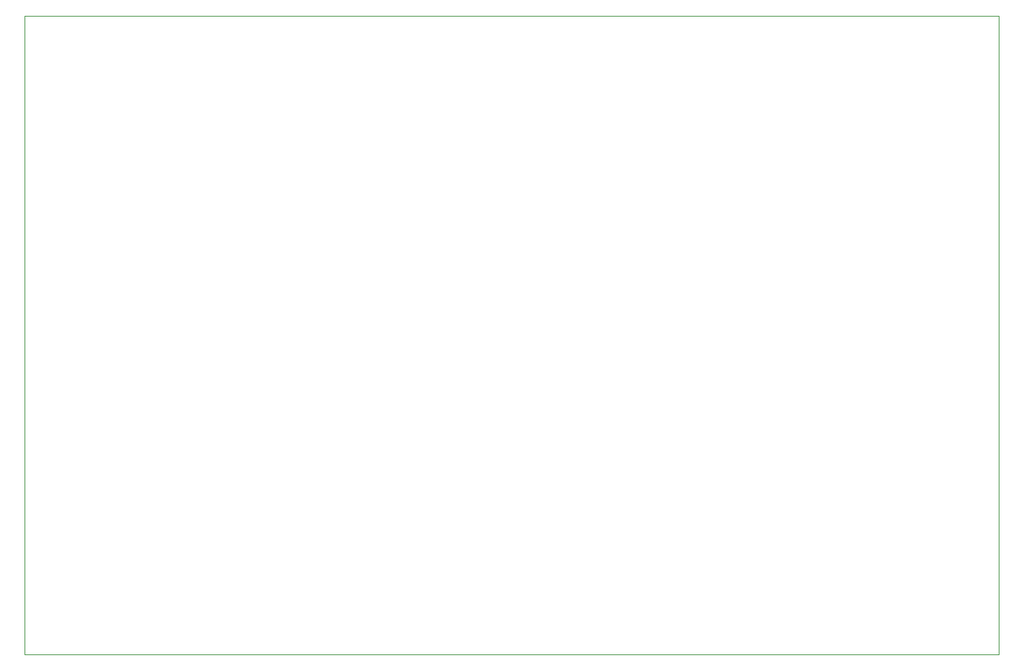
<source format=gbr>
G04 (created by PCBNEW (2013-jul-07)-stable) date Tue 04 Feb 2014 11:20:20 PM PST*
%MOIN*%
G04 Gerber Fmt 3.4, Leading zero omitted, Abs format*
%FSLAX34Y34*%
G01*
G70*
G90*
G04 APERTURE LIST*
%ADD10C,0.00590551*%
%ADD11C,0.00393701*%
G04 APERTURE END LIST*
G54D10*
G54D11*
X34250Y-53250D02*
X34250Y-23750D01*
X79250Y-53250D02*
X34250Y-53250D01*
X79250Y-23750D02*
X79250Y-53250D01*
X34250Y-23750D02*
X79250Y-23750D01*
M02*

</source>
